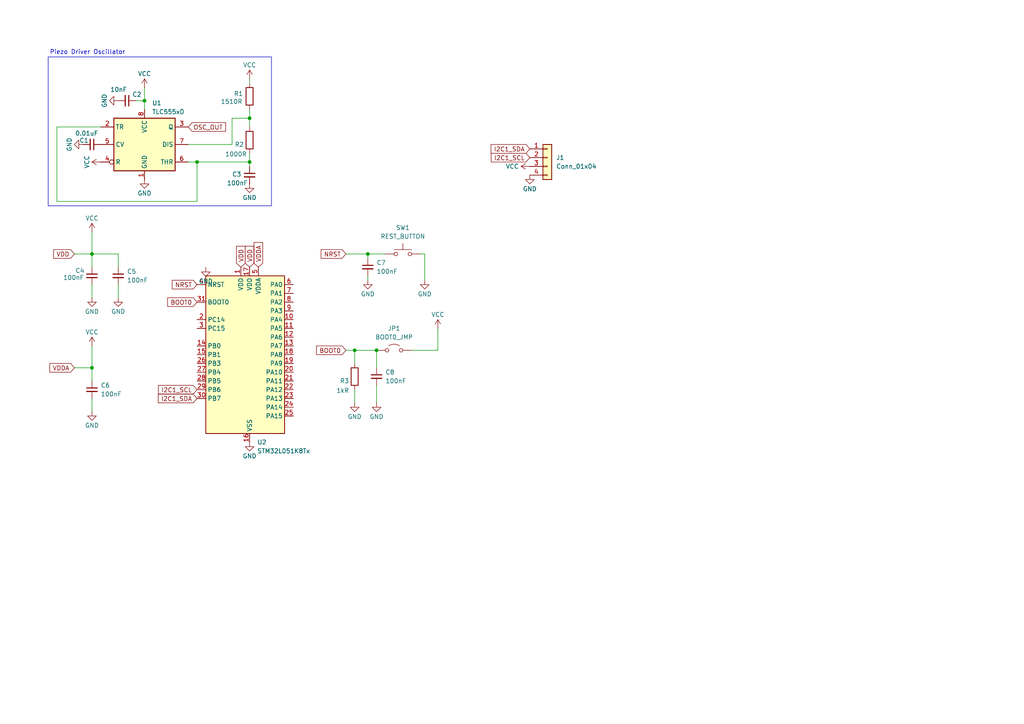
<source format=kicad_sch>
(kicad_sch (version 20231120) (generator "eeschema") (generator_version "8.0")
  (paper "A4")
  (lib_symbols
    (symbol "Connector_Generic:Conn_01x04" (pin_names (offset 1.016) hide)
      (property "Reference" "J" (at 0 5.08 0))
      (property "Value" "Conn_01x04" (at 0 -7.62 0))
      (symbol "Conn_01x04_1_1"
        (rectangle (start -1.27 -4.953) (end 0 -5.207) (stroke (width 0.1524)))
        (rectangle (start -1.27 -2.413) (end 0 -2.667) (stroke (width 0.1524)))
        (rectangle (start -1.27 0.127) (end 0 -0.127) (stroke (width 0.1524)))
        (rectangle (start -1.27 2.667) (end 0 2.413) (stroke (width 0.1524)))
        (rectangle (start -1.27 3.81) (end 1.27 -6.35) (stroke (width 0.254)) (fill (type background)))
        (pin passive line (at -5.08 2.54 0) (length 3.81) (name "Pin_1") (number "1"))
        (pin passive line (at -5.08 0 0) (length 3.81) (name "Pin_2") (number "2"))
        (pin passive line (at -5.08 -2.54 0) (length 3.81) (name "Pin_3") (number "3"))
        (pin passive line (at -5.08 -5.08 0) (length 3.81) (name "Pin_4") (number "4"))
      )
    )
    (symbol "Device:C_Small" (pin_numbers hide) (pin_names (offset 0.254) hide)
      (property "Reference" "C" (at 0.254 1.778 0))
      (property "Value" "C_Small" (at 0.254 -2.032 0))
      (symbol "C_Small_0_1"
        (polyline (pts (xy -1.524 -0.508) (xy 1.524 -0.508)) (stroke (width 0.3302)))
        (polyline (pts (xy -1.524 0.508) (xy 1.524 0.508)) (stroke (width 0.3048)))
      )
      (symbol "C_Small_1_1"
        (pin passive line (at 0 2.54 270) (length 2.032) (name "~") (number "1"))
        (pin passive line (at 0 -2.54 90) (length 2.032) (name "~") (number "2"))
      )
    )
    (symbol "Device:R" (pin_numbers hide) (pin_names (offset 0))
      (property "Reference" "R" (at 2.032 0 90))
      (property "Value" "R" (at 0 0 90))
      (symbol "R_0_1"
        (rectangle (start -1.016 -2.54) (end 1.016 2.54) (stroke (width 0.254)))
      )
      (symbol "R_1_1"
        (pin passive line (at 0 3.81 270) (length 1.27) (name "~") (number "1"))
        (pin passive line (at 0 -3.81 90) (length 1.27) (name "~") (number "2"))
      )
    )
    (symbol "Jumper:Jumper_2_Open" (pin_numbers hide) (pin_names (offset 0) hide) (exclude_from_sim yes)
      (property "Reference" "JP" (at 0 2.794 0))
      (property "Value" "Jumper_2_Open" (at 0 -2.286 0))
      (symbol "Jumper_2_Open_0_0"
        (circle (center -2.032 0) (radius 0.508))
        (circle (center 2.032 0) (radius 0.508))
      )
      (symbol "Jumper_2_Open_0_1"
        (arc (start 1.524 1.27) (mid 0 1.778) (end -1.524 1.27))
      )
      (symbol "Jumper_2_Open_1_1"
        (pin passive line (at -5.08 0 0) (length 2.54) (name "A") (number "1"))
        (pin passive line (at 5.08 0 180) (length 2.54) (name "B") (number "2"))
      )
    )
    (symbol "MCU_ST_STM32L0:STM32L051K8Tx"
      (property "Reference" "U" (at -10.16 24.13 0))
      (property "Value" "STM32L051K8Tx" (at 7.62 24.13 0))
      (symbol "STM32L051K8Tx_0_1"
        (rectangle (start -10.16 -22.86) (end 12.7 22.86) (stroke (width 0.254)) (fill (type background)))
      )
      (symbol "STM32L051K8Tx_1_1"
        (pin power_in line (at 0 25.4 270) (length 2.54) (name "VDD") (number "1"))
        (pin bidirectional line (at 15.24 10.16 180) (length 2.54) (name "PA4") (number "10"))
        (pin bidirectional line (at 15.24 7.62 180) (length 2.54) (name "PA5") (number "11"))
        (pin bidirectional line (at 15.24 5.08 180) (length 2.54) (name "PA6") (number "12"))
        (pin bidirectional line (at 15.24 2.54 180) (length 2.54) (name "PA7") (number "13"))
        (pin bidirectional line (at -12.7 2.54 0) (length 2.54) (name "PB0") (number "14"))
        (pin bidirectional line (at -12.7 0 0) (length 2.54) (name "PB1") (number "15"))
        (pin power_in line (at 2.54 -25.4 90) (length 2.54) (name "VSS") (number "16"))
        (pin power_in line (at 2.54 25.4 270) (length 2.54) (name "VDD") (number "17"))
        (pin bidirectional line (at 15.24 0 180) (length 2.54) (name "PA8") (number "18"))
        (pin bidirectional line (at 15.24 -2.54 180) (length 2.54) (name "PA9") (number "19"))
        (pin bidirectional line (at -12.7 10.16 0) (length 2.54) (name "PC14") (number "2"))
        (pin bidirectional line (at 15.24 -5.08 180) (length 2.54) (name "PA10") (number "20"))
        (pin bidirectional line (at 15.24 -7.62 180) (length 2.54) (name "PA11") (number "21"))
        (pin bidirectional line (at 15.24 -10.16 180) (length 2.54) (name "PA12") (number "22"))
        (pin bidirectional line (at 15.24 -12.7 180) (length 2.54) (name "PA13") (number "23"))
        (pin bidirectional line (at 15.24 -15.24 180) (length 2.54) (name "PA14") (number "24"))
        (pin bidirectional line (at 15.24 -17.78 180) (length 2.54) (name "PA15") (number "25"))
        (pin bidirectional line (at -12.7 -2.54 0) (length 2.54) (name "PB3") (number "26"))
        (pin bidirectional line (at -12.7 -5.08 0) (length 2.54) (name "PB4") (number "27"))
        (pin bidirectional line (at -12.7 -7.62 0) (length 2.54) (name "PB5") (number "28"))
        (pin bidirectional line (at -12.7 -10.16 0) (length 2.54) (name "PB6") (number "29"))
        (pin bidirectional line (at -12.7 7.62 0) (length 2.54) (name "PC15") (number "3"))
        (pin bidirectional line (at -12.7 -12.7 0) (length 2.54) (name "PB7") (number "30"))
        (pin input line (at -12.7 15.24 0) (length 2.54) (name "BOOT0") (number "31"))
        (pin passive line (at 2.54 -25.4 90) (length 2.54) hide (name "VSS") (number "32"))
        (pin input line (at -12.7 20.32 0) (length 2.54) (name "NRST") (number "4"))
        (pin power_in line (at 5.08 25.4 270) (length 2.54) (name "VDDA") (number "5"))
        (pin bidirectional line (at 15.24 20.32 180) (length 2.54) (name "PA0") (number "6"))
        (pin bidirectional line (at 15.24 17.78 180) (length 2.54) (name "PA1") (number "7"))
        (pin bidirectional line (at 15.24 15.24 180) (length 2.54) (name "PA2") (number "8"))
        (pin bidirectional line (at 15.24 12.7 180) (length 2.54) (name "PA3") (number "9"))
      )
    )
    (symbol "Switch:SW_MEC_5G" (pin_numbers hide) (pin_names (offset 1.016) hide)
      (property "Reference" "SW" (at 1.27 2.54 0))
      (property "Value" "SW_MEC_5G" (at 0 -1.524 0))
      (symbol "SW_MEC_5G_0_1"
        (circle (center -2.032 0) (radius 0.508))
        (polyline (pts (xy 0 1.27) (xy 0 3.048)))
        (polyline (pts (xy 2.54 1.27) (xy -2.54 1.27)))
        (circle (center 2.032 0) (radius 0.508))
        (pin passive line (at -5.08 0 0) (length 2.54) (name "A") (number "1"))
        (pin passive line (at 5.08 0 180) (length 2.54) (name "B") (number "3"))
      )
      (symbol "SW_MEC_5G_1_1"
        (pin passive line (at -5.08 0 0) (length 2.54) hide (name "A") (number "2"))
        (pin passive line (at 5.08 0 180) (length 2.54) hide (name "B") (number "4"))
      )
    )
    (symbol "Timer:TLC555xD"
      (property "Reference" "U" (at -10.16 8.89 0))
      (property "Value" "TLC555xD" (at 2.54 8.89 0))
      (symbol "TLC555xD_0_0"
        (pin power_in line (at 0 -10.16 90) (length 2.54) (name "GND") (number "1"))
        (pin power_in line (at 0 10.16 270) (length 2.54) (name "VCC") (number "8"))
      )
      (symbol "TLC555xD_0_1"
        (rectangle (start -8.89 -7.62) (end 8.89 7.62) (stroke (width 0.254)) (fill (type background)))
        (rectangle (start -8.89 -7.62) (end 8.89 7.62) (stroke (width 0.254)) (fill (type background)))
      )
      (symbol "TLC555xD_1_1"
        (pin input line (at -12.7 5.08 0) (length 3.81) (name "TR") (number "2"))
        (pin output line (at 12.7 5.08 180) (length 3.81) (name "Q") (number "3"))
        (pin input inverted (at -12.7 -5.08 0) (length 3.81) (name "R") (number "4"))
        (pin input line (at -12.7 0 0) (length 3.81) (name "CV") (number "5"))
        (pin input line (at 12.7 -5.08 180) (length 3.81) (name "THR") (number "6"))
        (pin input line (at 12.7 0 180) (length 3.81) (name "DIS") (number "7"))
      )
    )
    (symbol "power:GND" (power) (pin_numbers hide) (pin_names (offset 0) hide)
      (property "Value" "GND" (at 0 -3.81 0))
      (symbol "GND_0_1"
        (polyline (pts (xy 0 0) (xy 0 -1.27) (xy 1.27 -1.27) (xy 0 -2.54) (xy -1.27 -1.27) (xy 0 -1.27)))
      )
      (symbol "GND_1_1"
        (pin power_in line (at 0 0 270) (length 0) (name "~") (number "1"))
      )
    )
    (symbol "power:VCC" (power) (pin_numbers hide) (pin_names (offset 0) hide)
      (property "Value" "VCC" (at 0 3.556 0))
      (symbol "VCC_0_1"
        (polyline (pts (xy -0.762 1.27) (xy 0 2.54)))
        (polyline (pts (xy 0 0) (xy 0 2.54)))
        (polyline (pts (xy 0 2.54) (xy 0.762 1.27)))
      )
      (symbol "VCC_1_1"
        (pin power_in line (at 0 0 90) (length 0) (name "~") (number "1"))
      )
    )
  )
  (junction (at 26.67 73.66))
  (junction (at 26.67 106.68))
  (junction (at 72.39 46.99))
  (junction (at 41.91 29.21))
  (junction (at 102.87 101.6))
  (junction (at 109.22 101.6))
  (junction (at 106.68 73.66))
  (junction (at 72.39 34.29))
  (junction (at 57.15 46.99))
  (wire (pts (xy 109.22 111.76) (xy 109.22 116.84)))
  (wire (pts (xy 106.68 73.66) (xy 106.68 74.93)))
  (wire (pts (xy 119.38 101.6) (xy 127 101.6)))
  (wire (pts (xy 72.39 22.86) (xy 72.39 24.13)))
  (wire (pts (xy 72.39 44.45) (xy 72.39 46.99)))
  (wire (pts (xy 16.51 58.42) (xy 57.15 58.42)))
  (wire (pts (xy 109.22 101.6) (xy 109.22 106.68)))
  (wire (pts (xy 26.67 115.57) (xy 26.67 119.38)))
  (wire (pts (xy 72.39 46.99) (xy 72.39 48.26)))
  (wire (pts (xy 41.91 25.4) (xy 41.91 29.21)))
  (wire (pts (xy 72.39 31.75) (xy 72.39 34.29)))
  (wire (pts (xy 29.21 36.83) (xy 16.51 36.83)))
  (wire (pts (xy 26.67 82.55) (xy 26.67 86.36)))
  (wire (pts (xy 16.51 36.83) (xy 16.51 58.42)))
  (wire (pts (xy 34.29 73.66) (xy 34.29 77.47)))
  (wire (pts (xy 54.61 46.99) (xy 57.15 46.99)))
  (wire (pts (xy 102.87 113.03) (xy 102.87 116.84)))
  (wire (pts (xy 100.33 101.6) (xy 102.87 101.6)))
  (wire (pts (xy 39.37 29.21) (xy 41.91 29.21)))
  (wire (pts (xy 123.19 73.66) (xy 123.19 81.28)))
  (wire (pts (xy 67.31 41.91) (xy 67.31 34.29)))
  (wire (pts (xy 127 101.6) (xy 127 95.25)))
  (wire (pts (xy 26.67 67.31) (xy 26.67 73.66)))
  (wire (pts (xy 100.33 73.66) (xy 106.68 73.66)))
  (wire (pts (xy 54.61 41.91) (xy 67.31 41.91)))
  (wire (pts (xy 57.15 46.99) (xy 72.39 46.99)))
  (wire (pts (xy 106.68 73.66) (xy 111.76 73.66)))
  (wire (pts (xy 121.92 73.66) (xy 123.19 73.66)))
  (wire (pts (xy 102.87 101.6) (xy 109.22 101.6)))
  (wire (pts (xy 21.59 106.68) (xy 26.67 106.68)))
  (wire (pts (xy 41.91 29.21) (xy 41.91 31.75)))
  (wire (pts (xy 26.67 73.66) (xy 26.67 77.47)))
  (wire (pts (xy 26.67 106.68) (xy 26.67 110.49)))
  (wire (pts (xy 26.67 100.33) (xy 26.67 106.68)))
  (wire (pts (xy 102.87 101.6) (xy 102.87 105.41)))
  (wire (pts (xy 106.68 80.01) (xy 106.68 81.28)))
  (wire (pts (xy 26.67 73.66) (xy 34.29 73.66)))
  (wire (pts (xy 21.59 73.66) (xy 26.67 73.66)))
  (wire (pts (xy 67.31 34.29) (xy 72.39 34.29)))
  (wire (pts (xy 34.29 82.55) (xy 34.29 86.36)))
  (wire (pts (xy 57.15 58.42) (xy 57.15 46.99)))
  (wire (pts (xy 72.39 34.29) (xy 72.39 36.83)))
  (rectangle (start 13.97 16.51) (end 78.74 59.69))
  (text "Piezo Driver Oscillator" (at 25.4 15.24 0) (effects (font (size 1.27 1.27))))
  (global_label "OSC_OUT" (shape input) (at 54.61 36.83 0) (property "Intersheetrefs" "${INTERSHEET_REFS}" (effects (hide yes))))
  (global_label "NRST" (shape input) (at 100.33 73.66 180) (property "Intersheetrefs" "${INTERSHEET_REFS}" (effects (hide yes))))
  (global_label "BOOT0" (shape input) (at 100.33 101.6 180) (property "Intersheetrefs" "${INTERSHEET_REFS}" (effects (hide yes))))
  (global_label "VDD" (shape input) (at 72.39 77.47 90) (property "Intersheetrefs" "${INTERSHEET_REFS}" (effects (hide yes))))
  (global_label "VDDA" (shape input) (at 74.93 77.47 90) (property "Intersheetrefs" "${INTERSHEET_REFS}" (effects (hide yes))))
  (global_label "I2C1_SDA" (shape input) (at 153.67 43.18 180) (property "Intersheetrefs" "${INTERSHEET_REFS}" (effects (hide yes))))
  (global_label "VDDA" (shape input) (at 21.59 106.68 180) (property "Intersheetrefs" "${INTERSHEET_REFS}" (effects (hide yes))))
  (global_label "VDD" (shape input) (at 69.85 77.47 90) (property "Intersheetrefs" "${INTERSHEET_REFS}" (effects (hide yes))))
  (global_label "BOOT0" (shape input) (at 57.15 87.63 180) (property "Intersheetrefs" "${INTERSHEET_REFS}" (effects (hide yes))))
  (global_label "I2C1_SCL" (shape input) (at 57.15 113.03 180) (property "Intersheetrefs" "${INTERSHEET_REFS}" (effects (hide yes))))
  (global_label "NRST" (shape input) (at 57.15 82.55 180) (property "Intersheetrefs" "${INTERSHEET_REFS}" (effects (hide yes))))
  (global_label "I2C1_SDA" (shape input) (at 57.15 115.57 180) (property "Intersheetrefs" "${INTERSHEET_REFS}" (effects (hide yes))))
  (global_label "VDD" (shape input) (at 21.59 73.66 180) (property "Intersheetrefs" "${INTERSHEET_REFS}" (effects (hide yes))))
  (global_label "I2C1_SCL" (shape input) (at 153.67 45.72 180) (property "Intersheetrefs" "${INTERSHEET_REFS}" (effects (hide yes))))
  (symbol (lib_id "MCU_ST_STM32L0:STM32L051K8Tx") (at 69.85 102.87 0) (unit 1)
    (property "Reference" "U2" (at 74.5841 128.27 0) (effects (justify left)))
    (property "Value" "STM32L051K8Tx" (at 74.5841 130.81 0) (effects (justify left)))
    (property "Footprint" "Package_QFP:LQFP-32_7x7mm_P0.8mm" (effects (hide yes)))
    (property "Datasheet" "https://www.st.com/resource/en/datasheet/stm32l051k8.pdf" (effects (hide yes)))
    (property "Description" "STMicroelectronics Arm Cortex-M0+ MCU, 64KB flash, 8KB RAM, 32 MHz, 1.65-3.6V, 25 GPIO, LQFP32" (effects (hide yes)))
  )
  (symbol (lib_id "power:GND") (at 102.87 116.84 0) (mirror y) (unit 1)
    (property "Reference" "#PWR018" (effects (hide yes)))
    (property "Value" "GND" (at 102.87 120.84 0))
    (property "Description" "Power symbol creates a global label with name \"GND\" , ground" (effects (hide yes)))
  )
  (symbol (lib_id "power:GND") (at 123.19 81.28 0) (mirror y) (unit 1)
    (property "Reference" "#PWR014" (effects (hide yes)))
    (property "Value" "GND" (at 123.19 85.28 0))
    (property "Description" "Power symbol creates a global label with name \"GND\" , ground" (effects (hide yes)))
  )
  (symbol (lib_id "Device:C_Small") (at 36.83 29.21 270) (unit 1)
    (property "Reference" "C2" (at 38.3658 27.3949 90) (effects (justify left)))
    (property "Value" "10nF" (at 31.9622 25.9719 90) (effects (justify left)))
    (property "Description" "Unpolarized capacitor, small symbol" (effects (hide yes)))
  )
  (symbol (lib_id "power:GND") (at 59.6977 77.5991 0) (mirror y) (unit 1)
    (property "Reference" "#PWR020" (effects (hide yes)))
    (property "Value" "GND" (at 59.6977 81.5991 0))
    (property "Description" "Power symbol creates a global label with name \"GND\" , ground" (effects (hide yes)))
  )
  (symbol (lib_id "Device:C_Small") (at 106.68 77.47 0) (unit 1)
    (property "Reference" "C7" (at 109.22 76.2062 0) (effects (justify left)))
    (property "Value" "100nF" (at 109.22 78.7462 0) (effects (justify left)))
    (property "Description" "Unpolarized capacitor, small symbol" (effects (hide yes)))
  )
  (symbol (lib_id "power:GND") (at 106.68 81.28 0) (mirror y) (unit 1)
    (property "Reference" "#PWR015" (effects (hide yes)))
    (property "Value" "GND" (at 106.68 85.28 0))
    (property "Description" "Power symbol creates a global label with name \"GND\" , ground" (effects (hide yes)))
  )
  (symbol (lib_id "power:VCC") (at 41.91 25.4 0) (mirror y) (unit 1)
    (property "Reference" "#PWR04" (effects (hide yes)))
    (property "Value" "VCC" (at 41.91 21.4 0))
    (property "Description" "Power symbol creates a global label with name \"VCC\"" (effects (hide yes)))
  )
  (symbol (lib_id "Device:C_Small") (at 109.22 109.22 0) (unit 1)
    (property "Reference" "C8" (at 111.76 107.9562 0) (effects (justify left)))
    (property "Value" "100nF" (at 111.76 110.4962 0) (effects (justify left)))
    (property "Description" "Unpolarized capacitor, small symbol" (effects (hide yes)))
  )
  (symbol (lib_id "power:VCC") (at 29.21 46.99 90) (mirror x) (unit 1)
    (property "Reference" "#PWR02" (effects (hide yes)))
    (property "Value" "VCC" (at 25.21 46.99 0))
    (property "Description" "Power symbol creates a global label with name \"VCC\"" (effects (hide yes)))
  )
  (symbol (lib_id "power:VCC") (at 127 95.25 0) (mirror y) (unit 1)
    (property "Reference" "#PWR021" (effects (hide yes)))
    (property "Value" "VCC" (at 127 91.25 0))
    (property "Description" "Power symbol creates a global label with name \"VCC\"" (effects (hide yes)))
  )
  (symbol (lib_id "Device:C_Small") (at 26.67 41.91 270) (unit 1)
    (property "Reference" "C1" (at 23.0322 40.7365 90) (effects (justify left)))
    (property "Value" "0.01uF" (at 21.8022 38.6719 90) (effects (justify left)))
    (property "Description" "Unpolarized capacitor, small symbol" (effects (hide yes)))
  )
  (symbol (lib_id "power:GND") (at 41.91 52.07 0) (mirror y) (unit 1)
    (property "Reference" "#PWR05" (effects (hide yes)))
    (property "Value" "GND" (at 41.91 56.07 0))
    (property "Description" "Power symbol creates a global label with name \"GND\" , ground" (effects (hide yes)))
  )
  (symbol (lib_id "Device:R") (at 72.39 40.64 0) (unit 1)
    (property "Reference" "R2" (at 68.072 41.91 0) (effects (justify left)))
    (property "Value" "1000R" (at 65.278 44.704 0) (effects (justify left)))
    (property "Description" "Resistor" (effects (hide yes)))
  )
  (symbol (lib_id "Jumper:Jumper_2_Open") (at 114.3 101.6 0) (unit 1) (exclude_from_sim yes)
    (property "Reference" "JP1" (at 114.3 95.25 0))
    (property "Value" "BOOT0_JMP" (at 114.3 97.79 0))
    (property "Description" "Jumper, 2-pole, open" (effects (hide yes)))
  )
  (symbol (lib_id "power:GND") (at 72.39 128.27 0) (mirror y) (unit 1)
    (property "Reference" "#PWR06" (effects (hide yes)))
    (property "Value" "GND" (at 72.39 132.27 0))
    (property "Description" "Power symbol creates a global label with name \"GND\" , ground" (effects (hide yes)))
  )
  (symbol (lib_id "power:GND") (at 26.67 86.36 0) (mirror y) (unit 1)
    (property "Reference" "#PWR09" (effects (hide yes)))
    (property "Value" "GND" (at 26.67 90.36 0))
    (property "Description" "Power symbol creates a global label with name \"GND\" , ground" (effects (hide yes)))
  )
  (symbol (lib_id "Connector_Generic:Conn_01x04") (at 158.75 45.72 0) (unit 1)
    (property "Reference" "J1" (at 161.29 45.7199 0) (effects (justify left)))
    (property "Value" "Conn_01x04" (at 161.29 48.2599 0) (effects (justify left)))
    (property "Description" "Generic connector, single row, 01x04, script generated (kicad-library-utils/schlib/autogen/connector/)" (effects (hide yes)))
  )
  (symbol (lib_id "Switch:SW_MEC_5G") (at 116.84 73.66 0) (unit 1)
    (property "Reference" "SW1" (at 116.84 66.04 0))
    (property "Value" "REST_BUTTON" (at 116.84 68.58 0))
    (property "Datasheet" "http://www.apem.com/int/index.php?controller=attachment&id_attachment=488" (effects (hide yes)))
    (property "Description" "MEC 5G single pole normally-open tactile switch" (effects (hide yes)))
  )
  (symbol (lib_id "power:GND") (at 72.39 53.34 0) (mirror y) (unit 1)
    (property "Reference" "#PWR08" (effects (hide yes)))
    (property "Value" "GND" (at 72.39 57.34 0))
    (property "Description" "Power symbol creates a global label with name \"GND\" , ground" (effects (hide yes)))
  )
  (symbol (lib_id "power:VCC") (at 72.39 22.86 0) (mirror y) (unit 1)
    (property "Reference" "#PWR07" (effects (hide yes)))
    (property "Value" "VCC" (at 72.39 18.86 0))
    (property "Description" "Power symbol creates a global label with name \"VCC\"" (effects (hide yes)))
  )
  (symbol (lib_id "Device:C_Small") (at 26.67 80.01 0) (unit 1)
    (property "Reference" "C4" (at 21.844 78.486 0) (effects (justify left)))
    (property "Value" "100nF" (at 18.288 80.518 0) (effects (justify left)))
    (property "Description" "Unpolarized capacitor, small symbol" (effects (hide yes)))
  )
  (symbol (lib_id "Device:C_Small") (at 34.29 80.01 0) (unit 1)
    (property "Reference" "C5" (at 36.83 78.7462 0) (effects (justify left)))
    (property "Value" "100nF" (at 36.83 81.2862 0) (effects (justify left)))
    (property "Description" "Unpolarized capacitor, small symbol" (effects (hide yes)))
  )
  (symbol (lib_id "Device:R") (at 72.39 27.94 0) (unit 1)
    (property "Reference" "R1" (at 67.818 27.178 0) (effects (justify left)))
    (property "Value" "1510R" (at 64.008 29.464 0) (effects (justify left)))
    (property "Description" "Resistor" (effects (hide yes)))
  )
  (symbol (lib_id "power:VCC") (at 26.67 67.31 0) (mirror y) (unit 1)
    (property "Reference" "#PWR011" (effects (hide yes)))
    (property "Value" "VCC" (at 26.67 63.31 0))
    (property "Description" "Power symbol creates a global label with name \"VCC\"" (effects (hide yes)))
  )
  (symbol (lib_id "power:GND") (at 153.67 50.8 0) (mirror y) (unit 1)
    (property "Reference" "#PWR016" (effects (hide yes)))
    (property "Value" "GND" (at 153.67 54.8 0))
    (property "Description" "Power symbol creates a global label with name \"GND\" , ground" (effects (hide yes)))
  )
  (symbol (lib_id "Device:C_Small") (at 72.39 50.8 0) (unit 1)
    (property "Reference" "C3" (at 67.31 50.546 0) (effects (justify left)))
    (property "Value" "100nF" (at 65.786 53.086 0) (effects (justify left)))
    (property "Description" "Unpolarized capacitor, small symbol" (effects (hide yes)))
  )
  (symbol (lib_id "Device:R") (at 102.87 109.22 0) (unit 1)
    (property "Reference" "R3" (at 98.552 110.49 0) (effects (justify left)))
    (property "Value" "1kR" (at 97.536 113.284 0) (effects (justify left)))
    (property "Description" "Resistor" (effects (hide yes)))
  )
  (symbol (lib_id "power:GND") (at 34.29 29.21 270) (mirror x) (unit 1)
    (property "Reference" "#PWR03" (effects (hide yes)))
    (property "Value" "GND" (at 30.29 29.21 0))
    (property "Description" "Power symbol creates a global label with name \"GND\" , ground" (effects (hide yes)))
  )
  (symbol (lib_id "power:GND") (at 34.29 86.36 0) (mirror y) (unit 1)
    (property "Reference" "#PWR010" (effects (hide yes)))
    (property "Value" "GND" (at 34.29 90.36 0))
    (property "Description" "Power symbol creates a global label with name \"GND\" , ground" (effects (hide yes)))
  )
  (symbol (lib_id "Device:C_Small") (at 26.67 113.03 0) (unit 1)
    (property "Reference" "C6" (at 29.21 111.7662 0) (effects (justify left)))
    (property "Value" "100nF" (at 29.21 114.3062 0) (effects (justify left)))
    (property "Description" "Unpolarized capacitor, small symbol" (effects (hide yes)))
  )
  (symbol (lib_id "power:VCC") (at 26.67 100.33 0) (mirror y) (unit 1)
    (property "Reference" "#PWR013" (effects (hide yes)))
    (property "Value" "VCC" (at 26.67 96.33 0))
    (property "Description" "Power symbol creates a global label with name \"VCC\"" (effects (hide yes)))
  )
  (symbol (lib_id "Timer:TLC555xD") (at 41.91 41.91 0) (unit 1)
    (property "Reference" "U1" (at 44.1041 29.9 0) (effects (justify left)))
    (property "Value" "TLC555xD" (at 44.1041 32.44 0) (effects (justify left)))
    (property "Footprint" "Package_SO:SOIC-8_3.9x4.9mm_P1.27mm" (effects (hide yes)))
    (property "Datasheet" "http://www.ti.com/lit/ds/symlink/tlc555.pdf" (effects (hide yes)))
    (property "Description" "Single LinCMOS Timer, 555 compatible, SOIC-8" (effects (hide yes)))
  )
  (symbol (lib_id "power:VCC") (at 153.67 48.26 90) (mirror x) (unit 1)
    (property "Reference" "#PWR017" (effects (hide yes)))
    (property "Value" "VCC" (at 148.59 48.26 90))
    (property "Description" "Power symbol creates a global label with name \"VCC\"" (effects (hide yes)))
  )
  (symbol (lib_id "power:GND") (at 26.67 119.38 0) (mirror y) (unit 1)
    (property "Reference" "#PWR012" (effects (hide yes)))
    (property "Value" "GND" (at 26.67 123.38 0))
    (property "Description" "Power symbol creates a global label with name \"GND\" , ground" (effects (hide yes)))
  )
  (symbol (lib_id "power:GND") (at 109.22 116.84 0) (mirror y) (unit 1)
    (property "Reference" "#PWR019" (effects (hide yes)))
    (property "Value" "GND" (at 109.22 120.84 0))
    (property "Description" "Power symbol creates a global label with name \"GND\" , ground" (effects (hide yes)))
  )
  (symbol (lib_id "power:GND") (at 24.13 41.91 270) (mirror x) (unit 1)
    (property "Reference" "#PWR01" (effects (hide yes)))
    (property "Value" "GND" (at 20.13 41.91 0))
    (property "Description" "Power symbol creates a global label with name \"GND\" , ground" (effects (hide yes)))
  )
)
</source>
